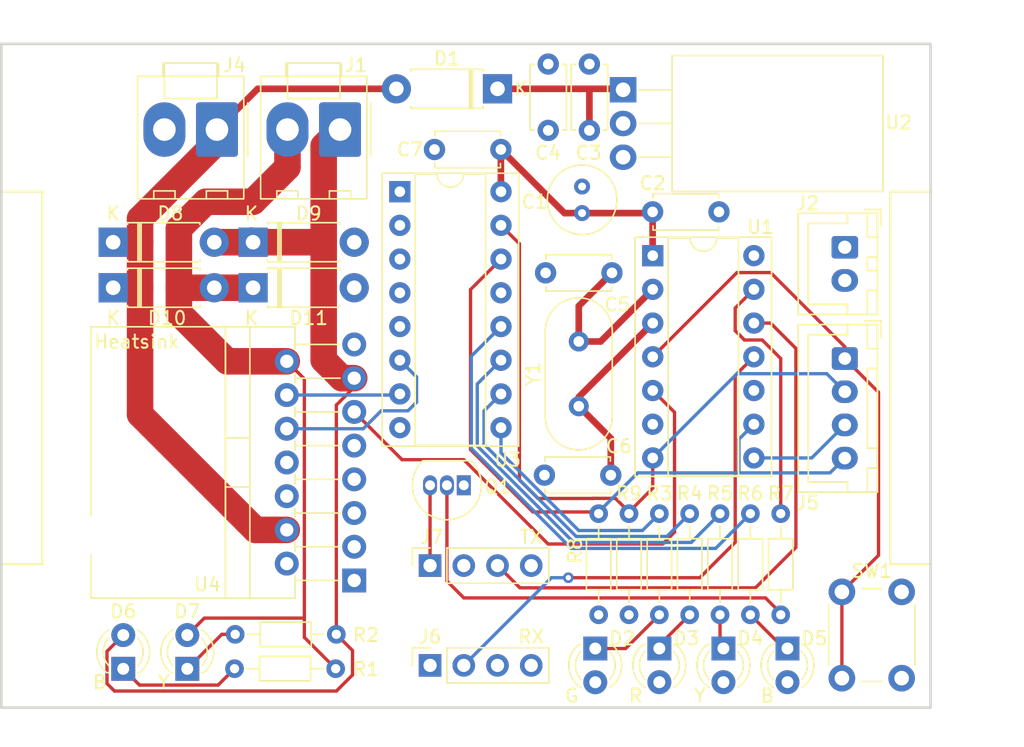
<source format=kicad_pcb>
(kicad_pcb (version 20211014) (generator pcbnew)
  (layers (0 "F.Cu" signal) (1 "In1.Cu" power) (2 "In2.Cu" power) (31 "B.Cu" signal) (34 "B.Paste" user) (35 "F.Paste" user) (36 "B.SilkS" user "B.Silkscreen") (37 "F.SilkS" user "F.Silkscreen") (38 "B.Mask" user) (39 "F.Mask" user) (44 "Edge.Cuts" user))
  (net 0 "")
  (net 1 "+5V")
  (net 2 "GND")
  (net 3 "/RAD_RX")
  (net 4 "/RAD_TX_EN")
  (net 5 "+10V")
  (net 6 "/PGM_A")
  (net 7 "/PGM_B")
  (net 8 "/PGM_C")
  (net 9 "/RAD_TX")
  (net 10 "/LED_G")
  (net 11 "Net-(D2-Pad1)")
  (net 12 "/LED_R")
  (net 13 "Net-(D3-Pad1)")
  (net 14 "/LED_Y")
  (net 15 "Net-(D4-Pad1)")
  (net 16 "/LED_B")
  (net 17 "Net-(D5-Pad1)")
  (net 18 "Net-(D6-Pad1)")
  (net 19 "/M_OUT1")
  (net 20 "/M_OUT2")
  (net 23 "/Reset")
  (net 24 "/M_IN1")
  (net 25 "/M_EN")
  (net 26 "/M_IN2")
  (net 28 "Net-(D7-Pad1)")
  (net 29 "Net-(C3-Pad2)")
  (net 30 "/XTAL1")
  (net 31 "/XTAL2")
  (net 36 "Net-(J7-Pad1)")
  (net 38 "Net-(Q1-Pad2)")
  (footprint "Connector_Molex:Molex_KK-396_A-41791-0002_1x02_P3.96mm_Vertical" (layer "F.Cu") (at 91.515 43.456 180)
    (fp_text reference "J1" (at -1.195 4.848) (layer "F.SilkS"))
    (fp_text value "Molex_KK_396_1x2")
    (pad "1" thru_hole roundrect (at 0 0 180) (size 3.16 4.1) (drill 1.7) (layers *.Cu *.Mask) (roundrect_rratio 0.079114) (net 19 "/M_OUT1"))
    (pad "2" thru_hole oval (at 3.96 0 180) (size 3.16 4.1) (drill 1.7) (layers *.Cu *.Mask) (net 20 "/M_OUT2"))
  )
  (footprint "Capacitor_THT:C_Disc_D4.7mm_W2.5mm_P5.00mm" (layer "F.Cu") (at 115.062 49.657)
    (fp_text reference "C2" (at 0 -2.159 180) (layer "F.SilkS"))
    (fp_text value "10nF")
    (pad "1" thru_hole circle (at 0 0) (size 1.6 1.6) (drill 0.8) (layers *.Cu *.Mask) (net 1 "+5V"))
    (pad "2" thru_hole circle (at 5 0) (size 1.6 1.6) (drill 0.8) (layers *.Cu *.Mask) (net 2 "GND"))
  )
  (footprint "Resistor_THT:R_Axial_DIN0204_L3.6mm_D1.6mm_P7.62mm_Horizontal" (layer "F.Cu") (at 113.284 80.01 90)
    (fp_text reference "R9" (at 9.144 0) (layer "F.SilkS"))
    (fp_text value "10k")
    (pad "1" thru_hole circle (at 0 0 90) (size 1.4 1.4) (drill 0.7) (layers *.Cu *.Mask) (net 1 "+5V"))
    (pad "2" thru_hole oval (at 7.62 0 90) (size 1.4 1.4) (drill 0.7) (layers *.Cu *.Mask) (net 6 "/PGM_A"))
  )
  (footprint "Crystal:Crystal_HC49-4H_Vertical" (layer "F.Cu") (at 109.5 59.42 -90)
    (fp_text reference "Y1" (at 2.45 3.429 -90) (layer "F.SilkS"))
    (fp_text value "8MHz")
    (pad "1" thru_hole circle (at 0 0 270) (size 1.5 1.5) (drill 0.8) (layers *.Cu *.Mask) (net 30 "/XTAL1"))
    (pad "2" thru_hole circle (at 4.88 0 270) (size 1.5 1.5) (drill 0.8) (layers *.Cu *.Mask) (net 31 "/XTAL2"))
  )
  (footprint "Capacitor_THT:C_Disc_D4.7mm_W2.5mm_P5.00mm" (layer "F.Cu") (at 107.2 43.521 90)
    (fp_text reference "C4" (at -1.691 -0.012 180) (layer "F.SilkS"))
    (fp_text value "100nF")
    (pad "1" thru_hole circle (at 0 0 90) (size 1.6 1.6) (drill 0.8) (layers *.Cu *.Mask) (net 1 "+5V"))
    (pad "2" thru_hole circle (at 5 0 90) (size 1.6 1.6) (drill 0.8) (layers *.Cu *.Mask) (net 2 "GND"))
  )
  (footprint "Capacitor_THT:C_Disc_D4.7mm_W2.5mm_P5.00mm" (layer "F.Cu") (at 112 54.25 180)
    (fp_text reference "C5" (at -0.395 -2.392) (layer "F.SilkS"))
    (fp_text value "22pF")
    (pad "1" thru_hole circle (at 0 0 180) (size 1.6 1.6) (drill 0.8) (layers *.Cu *.Mask) (net 30 "/XTAL1"))
    (pad "2" thru_hole circle (at 5 0 180) (size 1.6 1.6) (drill 0.8) (layers *.Cu *.Mask) (net 2 "GND"))
  )
  (footprint "LED_THT:LED_D3.0mm" (layer "F.Cu") (at 80.01 84.079 90)
    (fp_text reference "D7" (at 4.323 0 180) (layer "F.SilkS"))
    (fp_text value "LED_Sm_Y")
    (fp_text user "Y" (at -1.011 -1.778 unlocked) (layer "F.SilkS"))
    (pad "1" thru_hole rect (at 0 0 90) (size 1.8 1.8) (drill 0.9) (layers *.Cu *.Mask) (net 28 "Net-(D7-Pad1)"))
    (pad "2" thru_hole circle (at 2.54 0 90) (size 1.8 1.8) (drill 0.9) (layers *.Cu *.Mask) (net 20 "/M_OUT2"))
  )
  (footprint "Connector_JST:JST_XH_B2B-XH-A_1x02_P2.50mm_Vertical" (layer "F.Cu") (at 129.54 52.324 -90)
    (fp_text reference "J2" (at -3.302 2.794 180) (layer "F.SilkS"))
    (fp_text value "JST_XH_2.54mm_1x2")
    (pad "1" thru_hole roundrect (at 0 0 270) (size 1.7 2) (drill 1) (layers *.Cu *.Mask) (roundrect_rratio 0.147059) (net 2 "GND"))
    (pad "2" thru_hole oval (at 2.5 0 270) (size 1.7 2) (drill 1) (layers *.Cu *.Mask) (net 1 "+5V"))
  )
  (footprint "Package_TO_SOT_THT:TO-220-3_Horizontal_TabDown" (layer "F.Cu") (at 112.84 40.46 -90)
    (fp_text reference "U2" (at 2.466 -20.764 180) (layer "F.SilkS"))
    (fp_text value "L7805")
    (pad "" np_thru_hole oval locked (at 2.54 -16.66 270) (size 3.5 3.5) (drill 3.5) (layers *.Cu *.Mask))
    (pad "1" thru_hole rect locked (at 0 0 270) (size 1.905 2) (drill 1.1) (layers *.Cu *.Mask) (net 29 "Net-(C3-Pad2)"))
    (pad "2" thru_hole oval locked (at 2.54 0 270) (size 1.905 2) (drill 1.1) (layers *.Cu *.Mask) (net 2 "GND"))
    (pad "3" thru_hole oval locked (at 5.08 0 270) (size 1.905 2) (drill 1.1) (layers *.Cu *.Mask) (net 1 "+5V"))
  )
  (footprint "Diode_THT:D_DO-41_SOD81_P7.62mm_Horizontal" (layer "F.Cu") (at 84.963 51.943)
    (fp_text reference "D9" (at 4.191 -2.159) (layer "F.SilkS"))
    (fp_text value "1N4007")
    (fp_text user "K" (at -0.127 -2.159) (layer "F.SilkS"))
    (pad "1" thru_hole rect (at 0 0) (size 2.2 2.2) (drill 1.1) (layers *.Cu *.Mask) (net 19 "/M_OUT1"))
    (pad "2" thru_hole oval (at 7.62 0) (size 2.2 2.2) (drill 1.1) (layers *.Cu *.Mask) (net 2 "GND"))
  )
  (footprint "Package_DIP:DIP-16_W7.62mm_Socket" (layer "F.Cu") (at 96.022 48.133)
    (fp_text reference "U3" (at 8.118 20.193) (layer "F.SilkS"))
    (fp_text value "PCF8574")
    (pad "1" thru_hole rect (at 0 0) (size 1.6 1.6) (drill 0.8) (layers *.Cu *.Mask) (net 2 "GND"))
    (pad "2" thru_hole oval (at 0 2.54) (size 1.6 1.6) (drill 0.8) (layers *.Cu *.Mask) (net 2 "GND"))
    (pad "3" thru_hole oval (at 0 5.08) (size 1.6 1.6) (drill 0.8) (layers *.Cu *.Mask) (net 2 "GND"))
    (pad "4" thru_hole oval (at 0 7.62) (size 1.6 1.6) (drill 0.8) (layers *.Cu *.Mask))
    (pad "5" thru_hole oval (at 0 10.16) (size 1.6 1.6) (drill 0.8) (layers *.Cu *.Mask))
    (pad "6" thru_hole oval (at 0 12.7) (size 1.6 1.6) (drill 0.8) (layers *.Cu *.Mask) (net 24 "/M_IN1"))
    (pad "7" thru_hole oval (at 0 15.24) (size 1.6 1.6) (drill 0.8) (layers *.Cu *.Mask) (net 26 "/M_IN2"))
    (pad "8" thru_hole oval (at 0 17.78) (size 1.6 1.6) (drill 0.8) (layers *.Cu *.Mask) (net 2 "GND"))
    (pad "9" thru_hole oval (at 7.62 17.78) (size 1.6 1.6) (drill 0.8) (layers *.Cu *.Mask) (net 10 "/LED_G"))
    (pad "10" thru_hole oval (at 7.62 15.24) (size 1.6 1.6) (drill 0.8) (layers *.Cu *.Mask) (net 12 "/LED_R"))
    (pad "11" thru_hole oval (at 7.62 12.7) (size 1.6 1.6) (drill 0.8) (layers *.Cu *.Mask) (net 14 "/LED_Y"))
    (pad "12" thru_hole oval (at 7.62 10.16) (size 1.6 1.6) (drill 0.8) (layers *.Cu *.Mask) (net 16 "/LED_B"))
    (pad "13" thru_hole oval (at 7.62 7.62) (size 1.6 1.6) (drill 0.8) (layers *.Cu *.Mask))
    (pad "14" thru_hole oval (at 7.62 5.08) (size 1.6 1.6) (drill 0.8) (layers *.Cu *.Mask) (net 8 "/PGM_C"))
    (pad "15" thru_hole oval (at 7.62 2.54) (size 1.6 1.6) (drill 0.8) (layers *.Cu *.Mask) (net 6 "/PGM_A"))
    (pad "16" thru_hole oval (at 7.62 0) (size 1.6 1.6) (drill 0.8) (layers *.Cu *.Mask) (net 1 "+5V"))
  )
  (footprint "Package_DIP:DIP-14_W7.62mm_Socket" (layer "F.Cu") (at 115.072 52.954)
    (fp_text reference "U1" (at 8.118 -2.154) (layer "F.SilkS"))
    (fp_text value "ATtiny84A-P")
    (pad "1" thru_hole rect (at 0 0) (size 1.6 1.6) (drill 0.8) (layers *.Cu *.Mask) (net 1 "+5V"))
    (pad "2" thru_hole oval (at 0 2.54) (size 1.6 1.6) (drill 0.8) (layers *.Cu *.Mask) (net 30 "/XTAL1"))
    (pad "3" thru_hole oval (at 0 5.08) (size 1.6 1.6) (drill 0.8) (layers *.Cu *.Mask) (net 31 "/XTAL2"))
    (pad "4" thru_hole oval (at 0 7.62) (size 1.6 1.6) (drill 0.8) (layers *.Cu *.Mask) (net 23 "/Reset"))
    (pad "5" thru_hole oval (at 0 10.16) (size 1.6 1.6) (drill 0.8) (layers *.Cu *.Mask) (net 25 "/M_EN"))
    (pad "6" thru_hole oval (at 0 12.7) (size 1.6 1.6) (drill 0.8) (layers *.Cu *.Mask))
    (pad "7" thru_hole oval (at 0 15.24) (size 1.6 1.6) (drill 0.8) (layers *.Cu *.Mask) (net 6 "/PGM_A"))
    (pad "8" thru_hole oval (at 7.62 15.24) (size 1.6 1.6) (drill 0.8) (layers *.Cu *.Mask) (net 7 "/PGM_B"))
    (pad "9" thru_hole oval (at 7.62 12.7) (size 1.6 1.6) (drill 0.8) (layers *.Cu *.Mask) (net 8 "/PGM_C"))
    (pad "10" thru_hole oval (at 7.62 10.16) (size 1.6 1.6) (drill 0.8) (layers *.Cu *.Mask))
    (pad "11" thru_hole oval (at 7.62 7.62) (size 1.6 1.6) (drill 0.8) (layers *.Cu *.Mask) (net 3 "/RAD_RX"))
    (pad "12" thru_hole oval (at 7.62 5.08) (size 1.6 1.6) (drill 0.8) (layers *.Cu *.Mask) (net 9 "/RAD_TX"))
    (pad "13" thru_hole oval (at 7.62 2.54) (size 1.6 1.6) (drill 0.8) (layers *.Cu *.Mask) (net 4 "/RAD_TX_EN"))
    (pad "14" thru_hole oval (at 7.62 0) (size 1.6 1.6) (drill 0.8) (layers *.Cu *.Mask) (net 2 "GND"))
  )
  (footprint "MountingHole:MountingHole_3.2mm_M3" (layer "F.Cu") (at 72 74)
    (fp_text reference "H3" hide)
    (fp_text value "MountingHole" hide)
    (pad "" np_thru_hole circle locked (at 0 0) (size 3.2 3.2) (drill 3.2) (layers *.Cu *.Mask))
  )
  (footprint "Capacitor_THT:C_Disc_D4.7mm_W2.5mm_P5.00mm" (layer "F.Cu") (at 110.3 38.521 -90)
    (fp_text reference "C3" (at 6.691 0.064 180) (layer "F.SilkS"))
    (fp_text value "330nF")
    (pad "1" thru_hole circle (at 0 0 270) (size 1.6 1.6) (drill 0.8) (layers *.Cu *.Mask) (net 2 "GND"))
    (pad "2" thru_hole circle (at 5 0 270) (size 1.6 1.6) (drill 0.8) (layers *.Cu *.Mask) (net 29 "Net-(C3-Pad2)"))
  )
  (footprint "MountingHole:MountingHole_3.2mm_M3" (layer "F.Cu") (at 129.5 74)
    (fp_text reference "H1" hide)
    (fp_text value "MountingHole" hide)
    (pad "" np_thru_hole circle locked (at 0 0) (size 3.2 3.2) (drill 3.2) (layers *.Cu *.Mask))
  )
  (footprint "Resistor_THT:R_Axial_DIN0204_L3.6mm_D1.6mm_P7.62mm_Horizontal" (layer "F.Cu") (at 110.998 80.01 90)
    (fp_text reference "R8" (at 4.826 -1.778 90) (layer "F.SilkS"))
    (fp_text value "10k")
    (pad "1" thru_hole circle (at 0 0 90) (size 1.4 1.4) (drill 0.7) (layers *.Cu *.Mask) (net 1 "+5V"))
    (pad "2" thru_hole oval (at 7.62 0 90) (size 1.4 1.4) (drill 0.7) (layers *.Cu *.Mask) (net 8 "/PGM_C"))
  )
  (footprint "LED_THT:LED_D3.0mm" (layer "F.Cu") (at 120.396 82.545 -90)
    (fp_text reference "D4" (at -0.757 -2.032 180) (layer "F.SilkS"))
    (fp_text value "LED_Sm_Y")
    (fp_text user "Y" (at 3.561 1.778 unlocked) (layer "F.SilkS"))
    (pad "1" thru_hole rect (at 0 0 270) (size 1.8 1.8) (drill 0.9) (layers *.Cu *.Mask) (net 15 "Net-(D4-Pad1)"))
    (pad "2" thru_hole circle (at 2.54 0 270) (size 1.8 1.8) (drill 0.9) (layers *.Cu *.Mask) (net 1 "+5V"))
  )
  (footprint "LED_THT:LED_D3.0mm" (layer "F.Cu") (at 125.222 82.545 -90)
    (fp_text reference "D5" (at -0.757 -2.032 180) (layer "F.SilkS"))
    (fp_text value "LED_Sm_B")
    (fp_text user "B" (at 3.561 1.524 unlocked) (layer "F.SilkS"))
    (pad "1" thru_hole rect (at 0 0 270) (size 1.8 1.8) (drill 0.9) (layers *.Cu *.Mask) (net 17 "Net-(D5-Pad1)"))
    (pad "2" thru_hole circle (at 2.54 0 270) (size 1.8 1.8) (drill 0.9) (layers *.Cu *.Mask) (net 1 "+5V"))
  )
  (footprint "Diode_THT:D_DO-41_SOD81_P7.62mm_Horizontal" (layer "F.Cu") (at 84.963 55.372)
    (fp_text reference "D11" (at 4.191 2.286) (layer "F.SilkS"))
    (fp_text value "1N4007")
    (fp_text user "K" (at -0.127 2.286) (layer "F.SilkS"))
    (pad "1" thru_hole rect (at 0 0) (size 2.2 2.2) (drill 1.1) (layers *.Cu *.Mask) (net 20 "/M_OUT2"))
    (pad "2" thru_hole oval (at 7.62 0) (size 2.2 2.2) (drill 1.1) (layers *.Cu *.Mask) (net 2 "GND"))
  )
  (footprint "Package_TO_SOT_THT:TO-220-15_P2.54x2.54mm_StaggerOdd_Lead4.58mm_Vertical" (layer "F.Cu") (at 92.583 77.4242 90)
    (fp_text reference "U4" (at -0.2998 -11.049 180) (layer "F.SilkS"))
    (fp_text value "L298HN")
    (pad "1" thru_hole rect (at 0 0 90) (size 1.8 1.8) (drill 1) (layers *.Cu *.Mask) (net 2 "GND"))
    (pad "2" thru_hole oval (at 1.27 -5.08 90) (size 1.8 1.8) (drill 1) (layers *.Cu *.Mask))
    (pad "3" thru_hole oval (at 2.54 0 90) (size 1.8 1.8) (drill 1) (layers *.Cu *.Mask))
    (pad "4" thru_hole oval (at 3.81 -5.08 90) (size 1.8 1.8) (drill 1) (layers *.Cu *.Mask) (net 5 "+10V"))
    (pad "5" thru_hole oval (at 5.08 0 90) (size 1.8 1.8) (drill 1) (layers *.Cu *.Mask) (net 2 "GND"))
    (pad "6" thru_hole oval (at 6.35 -5.08 90) (size 1.8 1.8) (drill 1) (layers *.Cu *.Mask) (net 2 "GND"))
    (pad "7" thru_hole oval (at 7.62 0 90) (size 1.8 1.8) (drill 1) (layers *.Cu *.Mask) (net 2 "GND"))
    (pad "8" thru_hole oval (at 8.89 -5.08 90) (size 1.8 1.8) (drill 1) (layers *.Cu *.Mask) (net 2 "GND"))
    (pad "9" thru_hole oval (at 10.16 0 90) (size 1.8 1.8) (drill 1) (layers *.Cu *.Mask) (net 1 "+5V"))
    (pad "10" thru_hole oval (at 11.43 -5.08 90) (size 1.8 1.8) (drill 1) (layers *.Cu *.Mask) (net 24 "/M_IN1"))
    (pad "11" thru_hole oval (at 12.7 0 90) (size 1.8 1.8) (drill 1) (layers *.Cu *.Mask) (net 25 "/M_EN"))
    (pad "12" thru_hole oval (at 13.97 -5.08 90) (size 1.8 1.8) (drill 1) (layers *.Cu *.Mask) (net 26 "/M_IN2"))
    (pad "13" thru_hole oval (at 15.24 0 90) (size 1.8 1.8) (drill 1) (layers *.Cu *.Mask) (net 19 "/M_OUT1"))
    (pad "14" thru_hole oval (at 16.51 -5.08 90) (size 1.8 1.8) (drill 1) (layers *.Cu *.Mask) (net 20 "/M_OUT2"))
    (pad "15" thru_hole oval (at 17.78 0 90) (size 1.8 1.8) (drill 1) (layers *.Cu *.Mask) (net 2 "GND"))
  )
  (footprint "Resistor_THT:R_Axial_DIN0204_L3.6mm_D1.6mm_P7.62mm_Horizontal" (layer "F.Cu") (at 124.714 80.01 90)
    (fp_text reference "R7" (at 9.144 0 180) (layer "F.SilkS"))
    (fp_text value "5k")
    (pad "1" thru_hole circle (at 0 0 90) (size 1.4 1.4) (drill 0.7) (layers *.Cu *.Mask) (net 38 "Net-(Q1-Pad2)"))
    (pad "2" thru_hole oval (at 7.62 0 90) (size 1.4 1.4) (drill 0.7) (layers *.Cu *.Mask) (net 4 "/RAD_TX_EN"))
  )
  (footprint "Diode_THT:D_DO-41_SOD81_P7.62mm_Horizontal" (layer "F.Cu") (at 103.378 40.386 180)
    (fp_text reference "D1" (at 3.81 2.286) (layer "F.SilkS"))
    (fp_text value "1N4001")
    (fp_text user "K" (at -1.778 0) (layer "F.SilkS"))
    (pad "1" thru_hole rect (at 0 0 180) (size 2.2 2.2) (drill 1.1) (layers *.Cu *.Mask) (net 29 "Net-(C3-Pad2)"))
    (pad "2" thru_hole oval (at 7.62 0 180) (size 2.2 2.2) (drill 1.1) (layers *.Cu *.Mask) (net 5 "+10V"))
  )
  (footprint "Package_TO_SOT_THT:TO-92_Inline" (layer "F.Cu") (at 100.838 70.252 180)
    (fp_text reference "Q1" (at -2.54 -0.106 180) (layer "F.SilkS"))
    (fp_text value "A42")
    (pad "1" thru_hole rect (at 0 0 180) (size 1.05 1.5) (drill 0.75) (layers *.Cu *.Mask) (net 2 "GND"))
    (pad "2" thru_hole oval (at 1.27 0 180) (size 1.05 1.5) (drill 0.75) (layers *.Cu *.Mask) (net 38 "Net-(Q1-Pad2)"))
    (pad "3" thru_hole oval (at 2.54 0 180) (size 1.05 1.5) (drill 0.75) (layers *.Cu *.Mask) (net 36 "Net-(J7-Pad1)"))
  )
  (footprint "Capacitor_THT:C_Radial_D5.0mm_H7.0mm_P2.00mm" (layer "F.Cu") (at 109.75 49.75 90)
    (fp_text reference "C1" (at 0.855 -3.578 180) (layer "F.SilkS"))
    (fp_text value "100uF")
    (pad "1" thru_hole circle (at 0 0 90) (size 1.2 1.2) (drill 0.6) (layers *.Cu *.Mask) (net 1 "+5V"))
    (pad "2" thru_hole circle (at 2 0 90) (size 1.2 1.2) (drill 0.6) (layers *.Cu *.Mask) (net 2 "GND"))
  )
  (footprint "Connector_Molex:Molex_KK-396_A-41791-0002_1x02_P3.96mm_Vertical" (layer "F.Cu") (at 82.244 43.456 180)
    (fp_text reference "J4" (at -1.322 4.848) (layer "F.SilkS"))
    (fp_text value "Molex_KK_396_1x2")
    (pad "1" thru_hole roundrect (at 0 0 180) (size 3.16 4.1) (drill 1.7) (layers *.Cu *.Mask) (roundrect_rratio 0.079114) (net 5 "+10V"))
    (pad "2" thru_hole oval (at 3.96 0 180) (size 3.16 4.1) (drill 1.7) (layers *.Cu *.Mask) (net 2 "GND"))
  )
  (footprint "Resistor_THT:R_Axial_DIN0204_L3.6mm_D1.6mm_P7.62mm_Horizontal" (layer "F.Cu") (at 115.57 72.39 -90)
    (fp_text reference "R3" (at -1.524 0 180) (layer "F.SilkS"))
    (fp_text value "5k")
    (pad "1" thru_hole circle (at 0 0 270) (size 1.4 1.4) (drill 0.7) (layers *.Cu *.Mask) (net 10 "/LED_G"))
    (pad "2" thru_hole oval (at 7.62 0 270) (size 1.4 1.4) (drill 0.7) (layers *.Cu *.Mask) (net 11 "Net-(D2-Pad1)"))
  )
  (footprint "Resistor_THT:R_Axial_DIN0204_L3.6mm_D1.6mm_P7.62mm_Horizontal" (layer "F.Cu") (at 122.428 72.39 -90)
    (fp_text reference "R6" (at -1.524 0 180) (layer "F.SilkS"))
    (fp_text value "5k")
    (pad "1" thru_hole circle (at 0 0 270) (size 1.4 1.4) (drill 0.7) (layers *.Cu *.Mask) (net 16 "/LED_B"))
    (pad "2" thru_hole oval (at 7.62 0 270) (size 1.4 1.4) (drill 0.7) (layers *.Cu *.Mask) (net 17 "Net-(D5-Pad1)"))
  )
  (footprint "MountingHole:MountingHole_3.2mm_M3" (layer "F.Cu") (at 72 43)
    (fp_text reference "H2" hide)
    (fp_text value "MountingHole" hide)
    (pad "" np_thru_hole circle locked (at 0 0) (size 3.2 3.2) (drill 3.2) (layers F&B.Cu *.Mask))
  )
  (footprint "LED_THT:LED_D3.0mm" (layer "F.Cu") (at 110.744 82.55 -90)
    (fp_text reference "D2" (at -0.762 -2.032 180) (layer "F.SilkS"))
    (fp_text value "LED_Sm_G")
    (fp_text user "G" (at 3.556 1.778 unlocked) (layer "F.SilkS"))
    (pad "1" thru_hole rect (at 0 0 270) (size 1.8 1.8) (drill 0.9) (layers *.Cu *.Mask) (net 11 "Net-(D2-Pad1)"))
    (pad "2" thru_hole circle (at 2.54 0 270) (size 1.8 1.8) (drill 0.9) (layers *.Cu *.Mask) (net 1 "+5V"))
  )
  (footprint "Resistor_THT:R_Axial_DIN0204_L3.6mm_D1.6mm_P7.62mm_Horizontal" (layer "F.Cu") (at 117.856 72.39 -90)
    (fp_text reference "R4" (at -1.524 0 180) (layer "F.SilkS"))
    (fp_text value "1k")
    (pad "1" thru_hole circle (at 0 0 270) (size 1.4 1.4) (drill 0.7) (layers *.Cu *.Mask) (net 12 "/LED_R"))
    (pad "2" thru_hole oval (at 7.62 0 270) (size 1.4 1.4) (drill 0.7) (layers *.Cu *.Mask) (net 13 "Net-(D3-Pad1)"))
  )
  (footprint "Diode_THT:D_DO-41_SOD81_P7.62mm_Horizontal" (layer "F.Cu") (at 74.422 55.372)
    (fp_text reference "D10" (at 4.064 2.286) (layer "F.SilkS"))
    (fp_text value "1N4007")
    (fp_text user "K" (at 0 2.286) (layer "F.SilkS"))
    (pad "1" thru_hole rect (at 0 0) (size 2.2 2.2) (drill 1.1) (layers *.Cu *.Mask) (net 5 "+10V"))
    (pad "2" thru_hole oval (at 7.62 0) (size 2.2 2.2) (drill 1.1) (layers *.Cu *.Mask) (net 20 "/M_OUT2"))
  )
  (footprint "LED_THT:LED_D3.0mm" (layer "F.Cu") (at 75.184 84.079 90)
    (fp_text reference "D6" (at 4.323 0 180) (layer "F.SilkS"))
    (fp_text value "LED_Sm_B")
    (fp_text user "B" (at -1.011 -1.778 unlocked) (layer "F.SilkS"))
    (pad "1" thru_hole rect (at 0 0 90) (size 1.8 1.8) (drill 0.9) (layers *.Cu *.Mask) (net 18 "Net-(D6-Pad1)"))
    (pad "2" thru_hole circle (at 2.54 0 90) (size 1.8 1.8) (drill 0.9) (layers *.Cu *.Mask) (net 19 "/M_OUT1"))
  )
  (footprint "Capacitor_THT:C_Disc_D4.7mm_W2.5mm_P5.00mm" (layer "F.Cu") (at 111.913 69.49 180)
    (fp_text reference "C6" (at -0.609 2.18) (layer "F.SilkS"))
    (fp_text value "22pF")
    (pad "1" thru_hole circle (at 0 0 180) (size 1.6 1.6) (drill 0.8) (layers *.Cu *.Mask) (net 31 "/XTAL2"))
    (pad "2" thru_hole circle (at 5 0 180) (size 1.6 1.6) (drill 0.8) (layers *.Cu *.Mask) (net 2 "GND"))
  )
  (footprint "Resistor_THT:R_Axial_DIN0204_L3.6mm_D1.6mm_P7.62mm_Horizontal" (layer "F.Cu") (at 91.186 84.069 180)
    (fp_text reference "R1" (at -2.286 -0.039 180) (layer "F.SilkS"))
    (fp_text value "5k")
    (pad "1" thru_hole circle (at 0 0 180) (size 1.4 1.4) (drill 0.7) (layers *.Cu *.Mask) (net 20 "/M_OUT2"))
    (pad "2" thru_hole oval (at 7.62 0 180) (size 1.4 1.4) (drill 0.7) (layers *.Cu *.Mask) (net 18 "Net-(D6-Pad1)"))
  )
  (footprint "Button_Switch_THT:SW_PUSH_6mm" (layer "F.Cu") (at 129.322 84.784 90)
    (fp_text reference "SW1" (at 8.076 2.25 180) (layer "F.SilkS"))
    (fp_text value "SW_Push")
    (pad "1" thru_hole circle (at 0 0 180) (size 2 2) (drill 1.1) (layers *.Cu *.Mask) (net 23 "/Reset"))
    (pad "1" thru_hole circle (at 6.5 0 180) (size 2 2) (drill 1.1) (layers *.Cu *.Mask) (net 23 "/Reset"))
    (pad "2" thru_hole circle (at 0 4.5 180) (size 2 2) (drill 1.1) (layers *.Cu *.Mask) (net 2 "GND"))
    (pad "2" thru_hole circle (at 6.5 4.5 180) (size 2 2) (drill 1.1) (layers *.Cu *.Mask) (net 2 "GND"))
  )
  (footprint "Resistor_THT:R_Axial_DIN0204_L3.6mm_D1.6mm_P7.62mm_Horizontal" (layer "F.Cu") (at 120.142 72.39 -90)
    (fp_text reference "R5" (at -1.524 0 180) (layer "F.SilkS"))
    (fp_text value "1k")
    (pad "1" thru_hole circle (at 0 0 270) (size 1.4 1.4) (drill 0.7) (layers *.Cu *.Mask) (net 14 "/LED_Y"))
    (pad "2" thru_hole oval (at 7.62 0 270) (size 1.4 1.4) (drill 0.7) (layers *.Cu *.Mask) (net 15 "Net-(D4-Pad1)"))
  )
  (footprint "Connector_JST:JST_XH_B4B-XH-A_1x04_P2.50mm_Vertical" (layer "F.Cu") (at 129.54 60.706 -90)
    (fp_text reference "J5" (at 10.862 2.794 -180) (layer "F.SilkS"))
    (fp_text value "JST_XH_2.54mm_1x4")
    (pad "1" thru_hole roundrect (at 0 0 270) (size 1.7 1.95) (drill 0.95) (layers *.Cu *.Mask) (roundrect_rratio 0.147059) (net 23 "/Reset"))
    (pad "2" thru_hole oval (at 2.5 0 270) (size 1.7 1.95) (drill 0.95) (layers *.Cu *.Mask) (net 6 "/PGM_A"))
    (pad "3" thru_hole oval (at 5 0 270) (size 1.7 1.95) (drill 0.95) (layers *.Cu *.Mask) (net 7 "/PGM_B"))
    (pad "4" thru_hole oval (at 7.5 0 270) (size 1.7 1.95) (drill 0.95) (layers *.Cu *.Mask) (net 8 "/PGM_C"))
  )
  (footprint "Capacitor_THT:C_Disc_D4.7mm_W2.5mm_P5.00mm" (layer "F.Cu") (at 103.632 44.958 180)
    (fp_text reference "C7" (at 6.858 0) (layer "F.SilkS"))
    (fp_text value "10nF")
    (pad "1" thru_hole circle (at 0 0 180) (size 1.6 1.6) (drill 0.8) (layers *.Cu *.Mask) (net 1 "+5V"))
    (pad "2" thru_hole circle (at 5 0 180) (size 1.6 1.6) (drill 0.8) (layers *.Cu *.Mask) (net 2 "GND"))
  )
  (footprint "Resistor_THT:R_Axial_DIN0204_L3.6mm_D1.6mm_P7.62mm_Horizontal" (layer "F.Cu") (at 91.2368 81.482 180)
    (fp_text reference "R2" (at -2.2352 -0.052 180) (layer "F.SilkS"))
    (fp_text value "1k")
    (pad "1" thru_hole circle (at 0 0 180) (size 1.4 1.4) (drill 0.7) (layers *.Cu *.Mask) (net 19 "/M_OUT1"))
    (pad "2" thru_hole oval (at 7.62 0 180) (size 1.4 1.4) (drill 0.7) (layers *.Cu *.Mask) (net 28 "Net-(D7-Pad1)"))
  )
  (footprint "Connector_PinSocket_2.54mm:PinSocket_1x04_P2.54mm_Vertical" (layer "F.Cu") (at 98.298 76.302 90)
    (fp_text reference "J7" (at 2.159 0.127 180) (layer "F.SilkS"))
    (fp_text value "PinHeader_1x04_P2.54mm")
    (fp_text user "TX" (at 2.159 7.62 unlocked) (layer "F.SilkS"))
    (pad "1" thru_hole rect (at 0 0 90) (size 1.7 1.7) (drill 1) (layers *.Cu *.Mask) (net 36 "Net-(J7-Pad1)"))
    (pad "2" thru_hole oval (at 0 2.54 90) (size 1.7 1.7) (drill 1) (layers *.Cu *.Mask) (net 1 "+5V"))
    (pad "3" thru_hole oval (at 0 5.08 90) (size 1.7 1.7) (drill 1) (layers *.Cu *.Mask) (net 9 "/RAD_TX"))
    (pad "4" thru_hole oval (at 0 7.62 90) (size 1.7 1.7) (drill 1) (layers *.Cu *.Mask))
  )
  (footprint "Connector_PinSocket_2.54mm:PinSocket_1x04_P2.54mm_Vertical" (layer "F.Cu") (at 98.298 83.82 90)
    (fp_text reference "J6" (at 2.159 0 180) (layer "F.SilkS"))
    (fp_text value "PinHeader_1x04_P2.54mm")
    (fp_text user "RX" (at 2.159 7.62 unlocked) (layer "F.SilkS"))
    (pad "1" thru_hole rect (at 0 0 90) (size 1.7 1.7) (drill 1) (layers *.Cu *.Mask) (net 2 "GND"))
    (pad "2" thru_hole oval (at 0 2.54 90) (size 1.7 1.7) (drill 1) (layers *.Cu *.Mask) (net 3 "/RAD_RX"))
    (pad "3" thru_hole oval (at 0 5.08 90) (size 1.7 1.7) (drill 1) (layers *.Cu *.Mask))
    (pad "4" thru_hole oval (at 0 7.62 90) (size 1.7 1.7) (drill 1) (layers *.Cu *.Mask) (net 1 "+5V"))
  )
  (footprint "Diode_THT:D_DO-41_SOD81_P7.62mm_Horizontal" (layer "F.Cu") (at 74.422 51.943)
    (fp_text reference "D8" (at 4.318 -2.159) (layer "F.SilkS"))
    (fp_text value "1N4007")
    (fp_text user "K" (at 0 -2.159) (layer "F.SilkS"))
    (pad "1" thru_hole rect (at 0 0) (size 2.2 2.2) (drill 1.1) (layers *.Cu *.Mask) (net 5 "+10V"))
    (pad "2" thru_hole oval (at 7.62 0) (size 2.2 2.2) (drill 1.1) (layers *.Cu *.Mask) (net 19 "/M_OUT1"))
  )
  (footprint "LED_THT:LED_D3.0mm" (layer "F.Cu") (at 115.57 82.545 -90)
    (fp_text reference "D3" (at -0.757 -2.032 180) (layer "F.SilkS"))
    (fp_text value "LED_Sm_R")
    (fp_text user "R" (at 3.561 1.778 unlocked) (layer "F.SilkS"))
    (pad "1" thru_hole rect (at 0 0 270) (size 1.8 1.8) (drill 0.9) (layers *.Cu *.Mask) (net 13 "Net-(D3-Pad1)"))
    (pad "2" thru_hole circle (at 2.54 0 270) (size 1.8 1.8) (drill 0.9) (layers *.Cu *.Mask) (net 1 "+5V"))
  )
  (gr_rect (start 82.883 58.3142) (end 72.7362 78.7526) (layer "F.SilkS") (width 0.12) (fill none))
  (gr_line locked (start 132.969 76.2) (end 136.017 76.2) (layer "F.SilkS") (width 0.15))
  (gr_line locked (start 69.088 76.2) (end 69.088 48.133) (layer "F.SilkS") (width 0.15))
  (gr_line locked (start 132.969 48.133) (end 132.969 76.2) (layer "F.SilkS") (width 0.15))
  (gr_line locked (start 69.088 48.133) (end 66.04 48.133) (layer "F.SilkS") (width 0.15))
  (gr_line locked (start 136.017 48.133) (end 132.969 48.133) (layer "F.SilkS") (width 0.15))
  (gr_line locked (start 66.04 76.2) (end 69.088 76.2) (layer "F.SilkS") (width 0.15))
  (gr_rect locked (start 66 37) (end 136 87) (layer "Edge.Cuts") (width 0.2) (fill none))
  (gr_text "Heatsink" (at 76.2 59.436) (layer "F.SilkS") (effects (font (size 1 1))))
  (segment (start 103.632 44.958) (end 103.632 48.123) (width 0.5) (layer "F.Cu") (net 1))
  (segment (start 115.062 49.657) (end 115.062 52.944) (width 0.5) (layer "F.Cu") (net 1))
  (segment (start 109.75 49.75) (end 108.424 49.75) (width 0.5) (layer "F.Cu") (net 1))
  (segment (start 109.75 49.75) (end 114.969 49.75) (width 0.5) (layer "F.Cu") (net 1))
  (segment (start 108.424 49.75) (end 103.632 44.958) (width 0.5) (layer "F.Cu") (net 1))
  (segment (start 108.712 77.216) (end 118.618 77.216) (width 0.25) (layer "F.Cu") (net 3))
  (segment (start 121.285 74.549) (end 121.285 61.981) (width 0.25) (layer "F.Cu") (net 3))
  (segment (start 121.285 61.981) (end 122.692 60.574) (width 0.25) (layer "F.Cu") (net 3))
  (segment (start 118.618 77.216) (end 121.285 74.549) (width 0.25) (layer "F.Cu") (net 3))
  (via (at 108.712 77.216) (size 0.8) (drill 0.4) (layers "F.Cu" "B.Cu") (net 3))
  (segment (start 108.712 77.216) (end 107.442 77.216) (width 0.25) (layer "B.Cu") (net 3))
  (segment (start 107.442 77.216) (end 100.838 83.82) (width 0.25) (layer "B.Cu") (net 3))
  (segment (start 124.714 60.706) (end 124.714 72.263) (width 0.25) (layer "F.Cu") (net 4))
  (segment (start 121.285 58.6105) (end 121.9835 59.309) (width 0.25) (layer "F.Cu") (net 4))
  (segment (start 122.692 55.494) (end 121.285 56.901) (width 0.25) (layer "F.Cu") (net 4))
  (segment (start 121.9835 59.309) (end 123.317 59.309) (width 0.25) (layer "F.Cu") (net 4))
  (segment (start 123.317 59.309) (end 124.714 60.706) (width 0.25) (layer "F.Cu") (net 4))
  (segment (start 121.285 56.901) (end 121.285 58.6105) (width 0.25) (layer "F.Cu") (net 4))
  (segment (start 76.454 55.372) (end 76.454 64.9224) (width 2) (layer "F.Cu") (net 5))
  (segment (start 74.422 55.372) (end 76.454 55.372) (width 2) (layer "F.Cu") (net 5))
  (segment (start 76.454 51.943) (end 76.454 55.372) (width 2) (layer "F.Cu") (net 5))
  (segment (start 74.422 51.943) (end 76.454 51.943) (width 2) (layer "F.Cu") (net 5))
  (segment (start 76.454 50.165909) (end 76.454 51.943) (width 2) (layer "F.Cu") (net 5))
  (segment (start 82.244 44.375909) (end 76.454 50.165909) (width 2) (layer "F.Cu") (net 5))
  (segment (start 85.1458 73.6142) (end 87.503 73.6142) (width 2) (layer "F.Cu") (net 5))
  (segment (start 95.758 40.386) (end 85.314 40.386) (width 0.5) (layer "F.Cu") (net 5))
  (segment (start 76.454 64.9224) (end 85.1458 73.6142) (width 2) (layer "F.Cu") (net 5))
  (segment (start 85.314 40.386) (end 82.244 43.456) (width 0.5) (layer "F.Cu") (net 5))
  (segment (start 113.284 72.263) (end 112.259489 71.238489) (width 0.25) (layer "F.Cu") (net 6))
  (segment (start 112.259489 71.238489) (end 110.573633 71.238489) (width 0.25) (layer "F.Cu") (net 6))
  (segment (start 105.029 69.85) (end 105.029 52.06) (width 0.25) (layer "F.Cu") (net 6))
  (segment (start 115.072 68.194) (end 115.072 70.475) (width 0.25) (layer "F.Cu") (net 6))
  (segment (start 115.072 70.475) (end 113.284 72.263) (width 0.25) (layer "F.Cu") (net 6))
  (segment (start 106.426 71.247) (end 105.029 69.85) (width 0.25) (layer "F.Cu") (net 6))
  (segment (start 110.565122 71.247) (end 106.426 71.247) (width 0.25) (layer "F.Cu") (net 6))
  (segment (start 105.029 52.06) (end 103.642 50.673) (width 0.25) (layer "F.Cu") (net 6))
  (segment (start 110.573633 71.238489) (end 110.565122 71.247) (width 0.25) (layer "F.Cu") (net 6))
  (segment (start 115.072 68.194) (end 121.417 61.849) (width 0.25) (layer "B.Cu") (net 6))
  (segment (start 121.417 61.849) (end 128.183 61.849) (width 0.25) (layer "B.Cu") (net 6))
  (segment (start 128.183 61.849) (end 129.54 63.206) (width 0.25) (layer "B.Cu") (net 6))
  (segment (start 127.052 68.194) (end 122.692 68.194) (width 0.25) (layer "B.Cu") (net 7))
  (segment (start 129.54 65.706) (end 127.052 68.194) (width 0.25) (layer "B.Cu") (net 7))
  (segment (start 101.346 55.509) (end 103.642 53.213) (width 0.25) (layer "F.Cu") (net 8))
  (segment (start 110.998 72.263) (end 106.045 72.263) (width 0.25) (layer "F.Cu") (net 8))
  (segment (start 106.045 72.263) (end 101.346 67.564) (width 0.25) (layer "F.Cu") (net 8))
  (segment (start 101.346 67.564) (end 101.346 55.509) (width 0.25) (layer "F.Cu") (net 8))
  (segment (start 121.567489 66.778511) (end 122.692 65.654) (width 0.25) (layer "B.Cu") (net 8))
  (segment (start 121.567489 69.318511) (end 121.567489 66.778511) (width 0.25) (layer "B.Cu") (net 8))
  (segment (start 128.427489 69.318511) (end 121.567489 69.318511) (width 0.25) (layer "B.Cu") (net 8))
  (segment (start 129.54 68.206) (end 128.427489 69.318511) (width 0.25) (layer "B.Cu") (net 8))
  (segment (start 113.942489 69.318511) (end 110.998 72.263) (width 0.25) (layer "B.Cu") (net 8))
  (segment (start 121.567489 69.318511) (end 113.942489 69.318511) (width 0.25) (layer "B.Cu") (net 8))
  (segment (start 123.947 58.034) (end 125.857 59.944) (width 0.25) (layer "F.Cu") (net 9))
  (segment (start 125.857 74.93) (end 122.809 77.978) (width 0.25) (layer "F.Cu") (net 9))
  (segment (start 105.064 77.978) (end 103.388 76.302) (width 0.25) (layer "F.Cu") (net 9))
  (segment (start 125.857 59.944) (end 125.857 74.93) (width 0.25) (layer "F.Cu") (net 9))
  (segment (start 122.809 77.978) (end 105.064 77.978) (width 0.25) (layer "F.Cu") (net 9))
  (segment (start 122.692 58.034) (end 123.947 58.034) (width 0.25) (layer "F.Cu") (net 9))
  (segment (start 109.4927 73.66) (end 103.642 67.8093) (width 0.25) (layer "B.Cu") (net 10))
  (segment (start 114.3 73.66) (end 109.4927 73.66) (width 0.25) (layer "B.Cu") (net 10))
  (segment (start 115.57 72.39) (end 114.3 73.66) (width 0.25) (layer "B.Cu") (net 10))
  (segment (start 103.642 67.8093) (end 103.642 65.913) (width 0.25) (layer "B.Cu") (net 10))
  (segment (start 115.57 80.01) (end 113.03 82.55) (width 0.25) (layer "F.Cu") (net 11))
  (segment (start 113.03 82.55) (end 110.744 82.55) (width 0.25) (layer "F.Cu") (net 11))
  (segment (start 116.13648 74.10952) (end 117.856 72.39) (width 0.25) (layer "B.Cu") (net 12))
  (segment (start 102.362 67.165018) (end 109.306502 74.10952) (width 0.25) (layer "B.Cu") (net 12))
  (segment (start 103.642 63.373) (end 102.362 64.653) (width 0.25) (layer "B.Cu") (net 12))
  (segment (start 102.362 64.653) (end 102.362 67.165018) (width 0.25) (layer "B.Cu") (net 12))
  (segment (start 109.306502 74.10952) (end 116.13648 74.10952) (width 0.25) (layer "B.Cu") (net 12))
  (segment (start 117.856 80.01) (end 115.57 82.296) (width 0.25) (layer "F.Cu") (net 13))
  (segment (start 101.854 67.292736) (end 101.854 62.621) (width 0.25) (layer "B.Cu") (net 14))
  (segment (start 120.142 72.39) (end 117.97296 74.55904) (width 0.25) (layer "B.Cu") (net 14))
  (segment (start 101.854 62.621) (end 103.642 60.833) (width 0.25) (layer "B.Cu") (net 14))
  (segment (start 109.120304 74.55904) (end 101.854 67.292736) (width 0.25) (layer "B.Cu") (net 14))
  (segment (start 117.97296 74.55904) (end 109.120304 74.55904) (width 0.25) (layer "B.Cu") (net 14))
  (segment (start 120.142 80.01) (end 120.142 82.291) (width 0.25) (layer "F.Cu") (net 15))
  (segment (start 101.40448 60.53052) (end 103.642 58.293) (width 0.25) (layer "B.Cu") (net 16))
  (segment (start 101.40448 67.478933) (end 101.40448 60.53052) (width 0.25) (layer "B.Cu") (net 16))
  (segment (start 108.934107 75.00856) (end 101.40448 67.478933) (width 0.25) (layer "B.Cu") (net 16))
  (segment (start 122.428 72.39) (end 119.80944 75.00856) (width 0.25) (layer "B.Cu") (net 16))
  (segment (start 119.80944 75.00856) (end 108.934107 75.00856) (width 0.25) (layer "B.Cu") (net 16))
  (segment (start 124.963 82.545) (end 122.428 80.01) (width 0.25) (layer "F.Cu") (net 17))
  (segment (start 83.566 84.069) (end 82.331489 85.303511) (width 0.25) (layer "F.Cu") (net 18))
  (segment (start 76.408511 85.303511) (end 75.184 84.079) (width 0.25) (layer "F.Cu") (net 18))
  (segment (start 82.331489 85.303511) (end 76.408511 85.303511) (width 0.25) (layer "F.Cu") (net 18))
  (segment (start 91.2368 64.2112) (end 91.2368 81.482) (width 0.25) (layer "F.Cu") (net 19))
  (segment (start 92.456 82.7012) (end 91.2368 81.482) (width 0.25) (layer "F.Cu") (net 19))
  (segment (start 82.042 51.943) (end 84.963 51.943) (width 2) (layer "F.Cu") (net 19))
  (segment (start 84.836 51.816) (end 84.963 51.943) (width 2) (layer "F.Cu") (net 19))
  (segment (start 90.269978 51.943) (end 90.283489 51.929489) (width 2) (layer "F.Cu") (net 19))
  (segment (start 73.959489 82.763511) (end 73.959489 85.191969) (width 0.25) (layer "F.Cu") (net 19))
  (segment (start 90.283489 51.929489) (end 90.283489 44.687511) (width 2) (layer "F.Cu") (net 19))
  (segment (start 73.959489 85.191969) (end 74.520551 85.753031) (width 0.25) (layer "F.Cu") (net 19))
  (segment (start 91.515 43.456) (end 90.283489 44.687511) (width 2) (layer "F.Cu") (net 19))
  (segment (start 84.963 51.943) (end 90.269978 51.943) (width 2) (layer "F.Cu") (net 19))
  (segment (start 92.583 62.1842) (end 91.6482 62.1842) (width 2) (layer "F.Cu") (net 19))
  (segment (start 91.242408 85.753031) (end 92.456 84.539439) (width 0.25) (layer "F.Cu") (net 19))
  (segment (start 90.283489 60.819489) (end 90.283489 51.929489) (width 2) (layer "F.Cu") (net 19))
  (segment (start 92.456 84.539439) (end 92.456 82.7012) (width 0.25) (layer "F.Cu") (net 19))
  (segment (start 91.2368 64.2112) (end 92.583 62.865) (width 0.25) (layer "F.Cu") (net 19))
  (segment (start 74.520551 85.753031) (end 91.242408 85.753031) (width 0.25) (layer "F.Cu") (net 19))
  (segment (start 75.184 81.539) (end 73.959489 82.763511) (width 0.25) (layer "F.Cu") (net 19))
  (segment (start 91.6482 62.1842) (end 90.283489 60.819489) (width 2) (layer "F.Cu") (net 19))
  (segment (start 79.375 50.927) (end 79.375 55.372) (width 2) (layer "F.Cu") (net 20))
  (segment (start 83.0122 60.9142) (end 87.503 60.9142) (width 2) (layer "F.Cu") (net 20))
  (segment (start 87.555 46.303) (end 84.963 48.895) (width 2) (layer "F.Cu") (net 20))
  (segment (start 88.82752 81.71052) (end 88.82752 62.23872) (width 0.25) (layer "F.Cu") (net 20))
  (segment (start 80.01 81.539) (end 81.29 80.259) (width 0.25) (layer "F.Cu") (net 20))
  (segment (start 87.555 43.456) (end 87.555 46.303) (width 2) (layer "F.Cu") (net 20))
  (segment (start 82.042 55.372) (end 79.375 55.372) (width 2) (layer "F.Cu") (net 20))
  (segment (start 88.82752 62.23872) (end 87.503 60.9142) (width 0.25) (layer "F.Cu") (net 20))
  (segment (start 84.963 48.895) (end 81.407 48.895) (width 2) (layer "F.Cu") (net 20))
  (segment (start 91.186 84.069) (end 88.82752 81.71052) (width 0.25) (layer "F.Cu") (net 20))
  (segment (start 84.963 55.372) (end 82.042 55.372) (width 2) (layer "F.Cu") (net 20))
  (segment (start 79.375 57.277) (end 83.0122 60.9142) (width 2) (layer "F.Cu") (net 20))
  (segment (start 81.29 80.259) (end 88.82752 80.259) (width 0.25) (layer "F.Cu") (net 20))
  (segment (start 81.407 48.895) (end 79.375 50.927) (width 2) (layer "F.Cu") (net 20))
  (segment (start 79.375 55.372) (end 79.375 57.277) (width 2) (layer "F.Cu") (net 20))
  (segment (start 121.417 54.229) (end 115.072 60.574) (width 0.25) (layer "F.Cu") (net 23))
  (segment (start 123.952 54.229) (end 121.417 54.229) (width 0.25) (layer "F.Cu") (net 23))
  (segment (start 129.54 59.817) (end 123.952 54.229) (width 0.25) (layer "F.Cu") (net 23))
  (segment (start 132.08 75.526) (end 132.08 63.246) (width 0.25) (layer "F.Cu") (net 23))
  (segment (start 129.322 78.284) (end 132.08 75.526) (width 0.25) (layer "F.Cu") (net 23))
  (segment (start 129.54 60.706) (end 129.54 59.817) (width 0.25) (layer "F.Cu") (net 23))
  (segment (start 129.322 84.784) (end 129.322 78.284) (width 0.25) (layer "F.Cu") (net 23))
  (segment (start 132.08 63.246) (end 129.54 60.706) (width 0.25) (layer "F.Cu") (net 23))
  (segment (start 93.2638 65.9942) (end 87.503 65.9942) (width 0.25) (layer "B.Cu") (net 24))
  (segment (start 96.022 60.833) (end 97.282 62.093) (width 0.25) (layer "B.Cu") (net 24))
  (segment (start 97.282 63.994278) (end 96.633278 64.643) (width 0.25) (layer "B.Cu") (net 24))
  (segment (start 94.615 64.643) (end 93.2638 65.9942) (width 0.25) (layer "B.Cu") (net 24))
  (segment (start 96.633278 64.643) (end 94.615 64.643) (width 0.25) (layer "B.Cu") (net 24))
  (segment (start 97.282 62.093) (end 97.282 63.994278) (width 0.25) (layer "B.Cu") (net 24))
  (segment (start 107.188 74.676) (end 100.838 68.326) (width 0.25) (layer "F.Cu") (net 25))
  (segment (start 115.072 63.114) (end 116.713 64.755) (width 0.25) (layer "F.Cu") (net 25))
  (segment (start 115.824 74.676) (end 107.188 74.676) (width 0.25) (layer "F.Cu") (net 25))
  (segment (start 116.713 73.787) (end 115.824 74.676) (width 0.25) (layer "F.Cu") (net 25))
  (segment (start 96.1848 68.326) (end 92.583 64.7242) (width 0.25) (layer "F.Cu") (net 25))
  (segment (start 100.838 68.326) (end 96.1848 68.326) (width 0.25) (layer "F.Cu") (net 25))
  (segment (start 116.713 64.755) (end 116.713 73.787) (width 0.25) (layer "F.Cu") (net 25))
  (segment (start 95.9408 63.4542) (end 87.503 63.4542) (width 0.25) (layer "B.Cu") (net 26))
  (segment (start 83.6168 81.482) (end 82.607 81.482) (width 0.25) (layer "F.Cu") (net 28))
  (segment (start 82.607 81.482) (end 80.01 84.079) (width 0.25) (layer "F.Cu") (net 28))
  (segment (start 103.378 40.386) (end 110.236 40.386) (width 0.5) (layer "F.Cu") (net 29))
  (segment (start 110.3 40.45) (end 110.236 40.386) (width 0.5) (layer "F.Cu") (net 29))
  (segment (start 110.3 43.521) (end 110.3 40.45) (width 0.5) (layer "F.Cu") (net 29))
  (segment (start 110.236 40.386) (end 112.766 40.386) (width 0.5) (layer "F.Cu") (net 29))
  (segment (start 115.072 55.494) (end 111.146 59.42) (width 0.5) (layer "F.Cu") (net 30))
  (segment (start 112 54.25) (end 109.5 56.75) (width 0.5) (layer "F.Cu") (net 30))
  (segment (start 109.5 56.75) (end 109.5 59.42) (width 0.5) (layer "F.Cu") (net 30))
  (segment (start 111.146 59.42) (end 109.5 59.42) (width 0.5) (layer "F.Cu") (net 30))
  (segment (start 111.913 69.49) (end 111.913 66.713) (width 0.5) (layer "F.Cu") (net 31))
  (segment (start 111.913 66.713) (end 109.5 64.3) (width 0.5) (layer "F.Cu") (net 31))
  (segment (start 109.5 63.606) (end 109.5 64.3) (width 0.5) (layer "F.Cu") (net 31))
  (segment (start 115.072 58.034) (end 109.5 63.606) (width 0.5) (layer "F.Cu") (net 31))
  (segment (start 98.298 76.302) (end 98.298 70.252) (width 0.25) (layer "F.Cu") (net 36))
  (segment (start 99.568 77.462505) (end 99.568 70.252) (width 0.25) (layer "F.Cu") (net 38))
  (segment (start 124.714 79.883) (end 123.571 78.74) (width 0.25) (layer "F.Cu") (net 38))
  (segment (start 100.845495 78.74) (end 99.568 77.462505) (width 0.25) (layer "F.Cu") (net 38))
  (segment (start 123.571 78.74) (end 100.845495 78.74) (width 0.25) (layer "F.Cu") (net 38))
)
</source>
